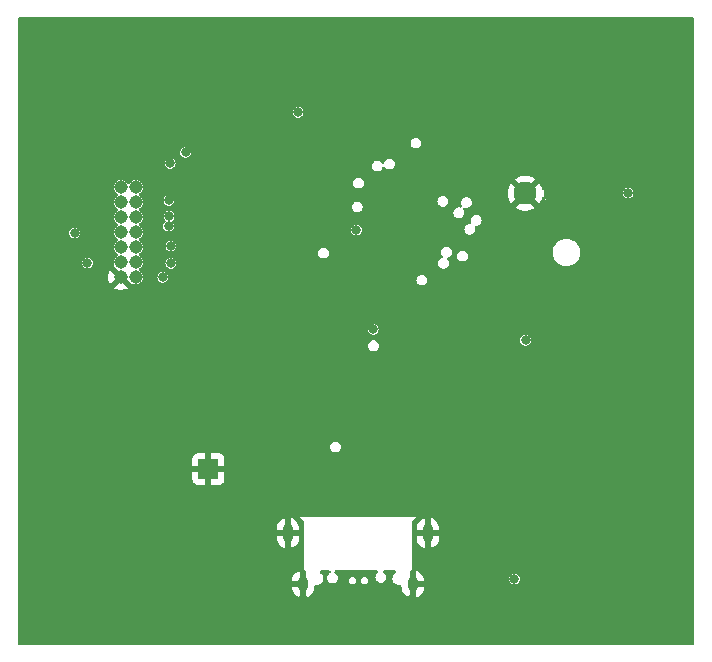
<source format=gbr>
%TF.GenerationSoftware,KiCad,Pcbnew,7.0.6*%
%TF.CreationDate,2023-08-07T11:18:25-05:00*%
%TF.ProjectId,mainv2,6d61696e-7632-42e6-9b69-6361645f7063,rev?*%
%TF.SameCoordinates,Original*%
%TF.FileFunction,Copper,L2,Inr*%
%TF.FilePolarity,Positive*%
%FSLAX46Y46*%
G04 Gerber Fmt 4.6, Leading zero omitted, Abs format (unit mm)*
G04 Created by KiCad (PCBNEW 7.0.6) date 2023-08-07 11:18:25*
%MOMM*%
%LPD*%
G01*
G04 APERTURE LIST*
%TA.AperFunction,NonConductor*%
%ADD10C,0.200000*%
%TD*%
%TA.AperFunction,ComponentPad*%
%ADD11C,1.950000*%
%TD*%
%TA.AperFunction,ComponentPad*%
%ADD12R,1.700000X1.700000*%
%TD*%
%TA.AperFunction,ComponentPad*%
%ADD13O,1.700000X1.700000*%
%TD*%
%TA.AperFunction,ComponentPad*%
%ADD14C,1.143000*%
%TD*%
%TA.AperFunction,ComponentPad*%
%ADD15O,0.900000X1.600000*%
%TD*%
%TA.AperFunction,ComponentPad*%
%ADD16O,0.900000X1.300000*%
%TD*%
%TA.AperFunction,ViaPad*%
%ADD17C,0.800000*%
%TD*%
%TA.AperFunction,Conductor*%
%ADD18C,0.300000*%
%TD*%
%TA.AperFunction,Conductor*%
%ADD19C,0.500000*%
%TD*%
G04 APERTURE END LIST*
D10*
X125660000Y-71590000D02*
X182780000Y-71590000D01*
X182780000Y-124670000D01*
X125660000Y-124670000D01*
X125660000Y-71590000D01*
D11*
%TO.N,+3.3V*%
%TO.C,S1*%
X173530000Y-86480000D03*
%TO.N,Net-(S1-C_1)*%
X171030000Y-86480000D03*
%TO.N,GND*%
X168530000Y-86480000D03*
%TO.N,+3.3V*%
X168530000Y-96480000D03*
%TO.N,Net-(S1-C_2)*%
X171030000Y-96480000D03*
%TO.N,unconnected-(S1-N.O._2-Pad6)*%
X173530000Y-96480000D03*
%TD*%
D12*
%TO.N,GND*%
%TO.C,J2*%
X141720000Y-109800000D03*
D13*
%TO.N,Net-(J2-Pin_2)*%
X141720000Y-107260000D03*
%TD*%
D14*
%TO.N,/VDD_SPI*%
%TO.C,J4*%
X135580000Y-93570000D03*
%TO.N,GND*%
X134310000Y-93570000D03*
%TO.N,/FSPIQ*%
X135580000Y-92300000D03*
%TO.N,/FSPID*%
X134310000Y-92300000D03*
%TO.N,/FSPICLK*%
X135580000Y-91030000D03*
%TO.N,/FSPICS0*%
X134310000Y-91030000D03*
%TO.N,/D{slash}C*%
X135580000Y-89760000D03*
%TO.N,/LCD_RST*%
X134310000Y-89760000D03*
%TO.N,/LCD_BL*%
X135580000Y-88490000D03*
%TO.N,/I2CEXT0_SCL_in*%
X134310000Y-88490000D03*
%TO.N,/I2CEXT0_SDA_in*%
X135580000Y-87220000D03*
%TO.N,/TP_INT*%
X134310000Y-87220000D03*
%TO.N,/TP_RST*%
X135580000Y-85950000D03*
%TO.N,unconnected-(J4-Pad14)*%
X134310000Y-85950000D03*
%TD*%
D15*
%TO.N,GND*%
%TO.C,J1*%
X160300000Y-115240000D03*
X148460000Y-115240000D03*
D16*
X159030000Y-119560000D03*
X149730000Y-119560000D03*
%TD*%
D17*
%TO.N,+3.3V*%
X155680000Y-98000000D03*
X154245000Y-89575000D03*
X168570000Y-98920000D03*
X177250000Y-86450000D03*
%TO.N,GND*%
X159950000Y-83100000D03*
X149770000Y-120840000D03*
X154080000Y-104970000D03*
X153500000Y-93440000D03*
X155467325Y-85306866D03*
X146290000Y-112810000D03*
X158950000Y-120790000D03*
X134310000Y-97200000D03*
X157620000Y-99210000D03*
X157450000Y-97290000D03*
X158060000Y-89360000D03*
X142020000Y-96820000D03*
X145270000Y-78960000D03*
X161330000Y-93600000D03*
X145500000Y-105510000D03*
X161710000Y-112720000D03*
%TO.N,/SPICS0*%
X149310000Y-79620000D03*
%TO.N,/TP_INT*%
X138480000Y-83940000D03*
%TO.N,/TP_RST*%
X138380000Y-87080000D03*
%TO.N,/FSPIQ*%
X138540000Y-92400000D03*
%TO.N,/FSPICLK*%
X138550000Y-90930000D03*
%TO.N,/FSPID*%
X131480000Y-92360000D03*
%TO.N,/D{slash}C*%
X138350000Y-89250000D03*
%TO.N,/LCD_RST*%
X130390000Y-89830000D03*
%TO.N,/LCD_BL*%
X138390000Y-88390000D03*
%TO.N,/FSPICS0*%
X139790000Y-83010000D03*
%TO.N,VBUS*%
X167630000Y-119120000D03*
%TO.N,/VDD_SPI*%
X137850000Y-93580000D03*
%TD*%
D18*
%TO.N,GND*%
X161330000Y-93600000D02*
X161140000Y-93600000D01*
X153500000Y-93440000D02*
X153600000Y-93440000D01*
D19*
X157620000Y-97460000D02*
X157450000Y-97290000D01*
X160300000Y-115240000D02*
X160300000Y-114130000D01*
X149730000Y-120800000D02*
X149770000Y-120840000D01*
X159030000Y-120710000D02*
X158950000Y-120790000D01*
%TD*%
%TA.AperFunction,Conductor*%
%TO.N,GND*%
G36*
X182622539Y-71710185D02*
G01*
X182668294Y-71762989D01*
X182679500Y-71814500D01*
X182679500Y-124445500D01*
X182659815Y-124512539D01*
X182607011Y-124558294D01*
X182555500Y-124569500D01*
X125884500Y-124569500D01*
X125817461Y-124549815D01*
X125771706Y-124497011D01*
X125760500Y-124445500D01*
X125760500Y-119310000D01*
X148780000Y-119310000D01*
X149405000Y-119310000D01*
X149405000Y-119810000D01*
X148780186Y-119810000D01*
X148794647Y-119952221D01*
X148852484Y-120136561D01*
X148852489Y-120136571D01*
X148946251Y-120305498D01*
X148946256Y-120305505D01*
X149072107Y-120452105D01*
X149224890Y-120570368D01*
X149224894Y-120570370D01*
X149398363Y-120655460D01*
X149480000Y-120676596D01*
X149480000Y-120074482D01*
X149564993Y-120145801D01*
X149672694Y-120185000D01*
X149787306Y-120185000D01*
X149895007Y-120145801D01*
X149980000Y-120074482D01*
X149980000Y-120680470D01*
X150150524Y-120617315D01*
X150150531Y-120617312D01*
X150314503Y-120515107D01*
X150454534Y-120381997D01*
X150454535Y-120381996D01*
X150564913Y-120223413D01*
X150641106Y-120045862D01*
X150680000Y-119856606D01*
X150680000Y-119785530D01*
X150699685Y-119718491D01*
X150752489Y-119672736D01*
X150820185Y-119662591D01*
X150842280Y-119665500D01*
X150842287Y-119665500D01*
X150917713Y-119665500D01*
X150917720Y-119665500D01*
X151030236Y-119650687D01*
X151170233Y-119592698D01*
X151290451Y-119500451D01*
X151382698Y-119380233D01*
X151440687Y-119240236D01*
X151460466Y-119090000D01*
X151440687Y-118939764D01*
X151382698Y-118799767D01*
X151290451Y-118679549D01*
X151203558Y-118612873D01*
X151162358Y-118556448D01*
X151158203Y-118486702D01*
X151192415Y-118425781D01*
X151254133Y-118393029D01*
X151279047Y-118390500D01*
X151943945Y-118390500D01*
X152010984Y-118410185D01*
X152056739Y-118462989D01*
X152066683Y-118532147D01*
X152037658Y-118595703D01*
X152010987Y-118618812D01*
X151968632Y-118646033D01*
X151921950Y-118676033D01*
X151837118Y-118773937D01*
X151837117Y-118773938D01*
X151783302Y-118891774D01*
X151764867Y-119020000D01*
X151783302Y-119148225D01*
X151828972Y-119248226D01*
X151837118Y-119266063D01*
X151921951Y-119363967D01*
X152030931Y-119434004D01*
X152155225Y-119470499D01*
X152155227Y-119470500D01*
X152155228Y-119470500D01*
X152284773Y-119470500D01*
X152284773Y-119470499D01*
X152409069Y-119434004D01*
X152518049Y-119363967D01*
X152602882Y-119266063D01*
X152605651Y-119260000D01*
X153624864Y-119260000D01*
X153643266Y-119364362D01*
X153643268Y-119364368D01*
X153696249Y-119456134D01*
X153696250Y-119456135D01*
X153696252Y-119456138D01*
X153713367Y-119470499D01*
X153777431Y-119524256D01*
X153777433Y-119524257D01*
X153818449Y-119539184D01*
X153877014Y-119560500D01*
X153877017Y-119560500D01*
X153982983Y-119560500D01*
X153982986Y-119560500D01*
X154065020Y-119530642D01*
X154082566Y-119524257D01*
X154082568Y-119524256D01*
X154082567Y-119524256D01*
X154163748Y-119456138D01*
X154216734Y-119364363D01*
X154235136Y-119260000D01*
X154624864Y-119260000D01*
X154643266Y-119364362D01*
X154643268Y-119364368D01*
X154696249Y-119456134D01*
X154696250Y-119456135D01*
X154696252Y-119456138D01*
X154713367Y-119470499D01*
X154777431Y-119524256D01*
X154777433Y-119524257D01*
X154818449Y-119539184D01*
X154877014Y-119560500D01*
X154877017Y-119560500D01*
X154982983Y-119560500D01*
X154982986Y-119560500D01*
X155065020Y-119530642D01*
X155082566Y-119524257D01*
X155082568Y-119524256D01*
X155082568Y-119524255D01*
X155163748Y-119456138D01*
X155216734Y-119364363D01*
X155235136Y-119260000D01*
X155216734Y-119155637D01*
X155212455Y-119148226D01*
X155163750Y-119063865D01*
X155163749Y-119063864D01*
X155163748Y-119063862D01*
X155136069Y-119040636D01*
X155082568Y-118995743D01*
X155082566Y-118995742D01*
X155000533Y-118965886D01*
X154982986Y-118959500D01*
X154877014Y-118959500D01*
X154877011Y-118959500D01*
X154877011Y-118959501D01*
X154777433Y-118995742D01*
X154777431Y-118995743D01*
X154696254Y-119063860D01*
X154696249Y-119063865D01*
X154643268Y-119155631D01*
X154643266Y-119155637D01*
X154624864Y-119259999D01*
X154624864Y-119260000D01*
X154235136Y-119260000D01*
X154216734Y-119155637D01*
X154212455Y-119148226D01*
X154163750Y-119063865D01*
X154163749Y-119063864D01*
X154163748Y-119063862D01*
X154136069Y-119040636D01*
X154082568Y-118995743D01*
X154082566Y-118995742D01*
X154000533Y-118965886D01*
X153982986Y-118959500D01*
X153877014Y-118959500D01*
X153877011Y-118959500D01*
X153877011Y-118959501D01*
X153777433Y-118995742D01*
X153777431Y-118995743D01*
X153696254Y-119063860D01*
X153696249Y-119063865D01*
X153643268Y-119155631D01*
X153643266Y-119155637D01*
X153624864Y-119259999D01*
X153624864Y-119260000D01*
X152605651Y-119260000D01*
X152656697Y-119148226D01*
X152675133Y-119020000D01*
X152656697Y-118891774D01*
X152602882Y-118773937D01*
X152518049Y-118676033D01*
X152429014Y-118618814D01*
X152383261Y-118566012D01*
X152373317Y-118496854D01*
X152402341Y-118433298D01*
X152461119Y-118395523D01*
X152496055Y-118390500D01*
X155987263Y-118390500D01*
X156054302Y-118410185D01*
X156100057Y-118462989D01*
X156110001Y-118532147D01*
X156080976Y-118595703D01*
X156054302Y-118618816D01*
X156011950Y-118646033D01*
X155927118Y-118743937D01*
X155927117Y-118743938D01*
X155873302Y-118861774D01*
X155854867Y-118990000D01*
X155873302Y-119118225D01*
X155890385Y-119155631D01*
X155927118Y-119236063D01*
X156011951Y-119333967D01*
X156120931Y-119404004D01*
X156223108Y-119434005D01*
X156245225Y-119440499D01*
X156245227Y-119440500D01*
X156245228Y-119440500D01*
X156374773Y-119440500D01*
X156374773Y-119440499D01*
X156499069Y-119404004D01*
X156608049Y-119333967D01*
X156692882Y-119236063D01*
X156746697Y-119118226D01*
X156765133Y-118990000D01*
X156746697Y-118861774D01*
X156692882Y-118743937D01*
X156608049Y-118646033D01*
X156565697Y-118618815D01*
X156519943Y-118566012D01*
X156509999Y-118496853D01*
X156539024Y-118433298D01*
X156597802Y-118395523D01*
X156632737Y-118390500D01*
X157480953Y-118390500D01*
X157547992Y-118410185D01*
X157593747Y-118462989D01*
X157603691Y-118532147D01*
X157574666Y-118595703D01*
X157556446Y-118612869D01*
X157469549Y-118679549D01*
X157397122Y-118773938D01*
X157377300Y-118799770D01*
X157319313Y-118939763D01*
X157319312Y-118939765D01*
X157299534Y-119089999D01*
X157299534Y-119090000D01*
X157319312Y-119240234D01*
X157319313Y-119240236D01*
X157371432Y-119366063D01*
X157377302Y-119380233D01*
X157469549Y-119500451D01*
X157589767Y-119592698D01*
X157729764Y-119650687D01*
X157842280Y-119665500D01*
X157842287Y-119665500D01*
X157917713Y-119665500D01*
X157917720Y-119665500D01*
X157939814Y-119662591D01*
X158008848Y-119673356D01*
X158061105Y-119719735D01*
X158080000Y-119785530D01*
X158080000Y-119808176D01*
X158094647Y-119952221D01*
X158152484Y-120136561D01*
X158152489Y-120136571D01*
X158246251Y-120305498D01*
X158246256Y-120305505D01*
X158372107Y-120452105D01*
X158524890Y-120570368D01*
X158524894Y-120570370D01*
X158698363Y-120655460D01*
X158780000Y-120676596D01*
X158780000Y-120074482D01*
X158864993Y-120145801D01*
X158972694Y-120185000D01*
X159087306Y-120185000D01*
X159195007Y-120145801D01*
X159280000Y-120074482D01*
X159280000Y-120680470D01*
X159450524Y-120617315D01*
X159450531Y-120617312D01*
X159614503Y-120515107D01*
X159754534Y-120381997D01*
X159754535Y-120381996D01*
X159864913Y-120223413D01*
X159941106Y-120045862D01*
X159980000Y-119856606D01*
X159980000Y-119810000D01*
X159355000Y-119810000D01*
X159355000Y-119310000D01*
X159979813Y-119310000D01*
X159979813Y-119309999D01*
X159965352Y-119167778D01*
X159950362Y-119120000D01*
X167174867Y-119120000D01*
X167193302Y-119248225D01*
X167232460Y-119333967D01*
X167247118Y-119366063D01*
X167331951Y-119463967D01*
X167440931Y-119534004D01*
X167565225Y-119570499D01*
X167565227Y-119570500D01*
X167565228Y-119570500D01*
X167694773Y-119570500D01*
X167694773Y-119570499D01*
X167819069Y-119534004D01*
X167928049Y-119463967D01*
X168012882Y-119366063D01*
X168066697Y-119248226D01*
X168085133Y-119120000D01*
X168066697Y-118991774D01*
X168012882Y-118873937D01*
X167928049Y-118776033D01*
X167819069Y-118705996D01*
X167819065Y-118705994D01*
X167819064Y-118705994D01*
X167694774Y-118669500D01*
X167694772Y-118669500D01*
X167565228Y-118669500D01*
X167565226Y-118669500D01*
X167440935Y-118705994D01*
X167440932Y-118705995D01*
X167440931Y-118705996D01*
X167391129Y-118738002D01*
X167331950Y-118776033D01*
X167247118Y-118873937D01*
X167247117Y-118873938D01*
X167193302Y-118991774D01*
X167174867Y-119120000D01*
X159950362Y-119120000D01*
X159907515Y-118983438D01*
X159907510Y-118983428D01*
X159813748Y-118814501D01*
X159813743Y-118814494D01*
X159687892Y-118667894D01*
X159535109Y-118549631D01*
X159535105Y-118549629D01*
X159361642Y-118464542D01*
X159361643Y-118464542D01*
X159280000Y-118443403D01*
X159280000Y-119045517D01*
X159195007Y-118974199D01*
X159087306Y-118935000D01*
X158972694Y-118935000D01*
X158864993Y-118974199D01*
X158780000Y-119045517D01*
X158780000Y-118494037D01*
X158799685Y-118426998D01*
X158852489Y-118381243D01*
X158856494Y-118379498D01*
X158885251Y-118367587D01*
X158927587Y-118325251D01*
X158950500Y-118269936D01*
X158950500Y-118254457D01*
X158954725Y-118222364D01*
X158962727Y-118192497D01*
X158952955Y-118173949D01*
X158950500Y-118149397D01*
X158950500Y-115638176D01*
X159350000Y-115638176D01*
X159364647Y-115782221D01*
X159422484Y-115966561D01*
X159422489Y-115966571D01*
X159516251Y-116135498D01*
X159516256Y-116135505D01*
X159642107Y-116282105D01*
X159794890Y-116400368D01*
X159794894Y-116400370D01*
X159968363Y-116485460D01*
X160050000Y-116506596D01*
X160050000Y-115904482D01*
X160134993Y-115975801D01*
X160242694Y-116015000D01*
X160357306Y-116015000D01*
X160465007Y-115975801D01*
X160550000Y-115904482D01*
X160550000Y-116510470D01*
X160720524Y-116447315D01*
X160720531Y-116447312D01*
X160884503Y-116345107D01*
X161024534Y-116211997D01*
X161024535Y-116211996D01*
X161134913Y-116053413D01*
X161211106Y-115875862D01*
X161250000Y-115686606D01*
X161250000Y-115490000D01*
X160625000Y-115490000D01*
X160625000Y-114990000D01*
X161250000Y-114990000D01*
X161250000Y-114841823D01*
X161235352Y-114697778D01*
X161177515Y-114513438D01*
X161177510Y-114513428D01*
X161083748Y-114344501D01*
X161083743Y-114344494D01*
X160957892Y-114197894D01*
X160805109Y-114079631D01*
X160805105Y-114079629D01*
X160631642Y-113994542D01*
X160631643Y-113994542D01*
X160550000Y-113973403D01*
X160550000Y-114575517D01*
X160465007Y-114504199D01*
X160357306Y-114465000D01*
X160242694Y-114465000D01*
X160134993Y-114504199D01*
X160050000Y-114575517D01*
X160050000Y-113969528D01*
X159879472Y-114032685D01*
X159879468Y-114032687D01*
X159715496Y-114134892D01*
X159575465Y-114268002D01*
X159575464Y-114268003D01*
X159465086Y-114426586D01*
X159388893Y-114604137D01*
X159350000Y-114793393D01*
X159350000Y-114990000D01*
X159975000Y-114990000D01*
X159975000Y-115490000D01*
X159350000Y-115490000D01*
X159350000Y-115638176D01*
X158950500Y-115638176D01*
X158950500Y-114281568D01*
X158970185Y-114214529D01*
X158986815Y-114193891D01*
X159282520Y-113898185D01*
X159282733Y-113898044D01*
X159300381Y-113880383D01*
X159300383Y-113880383D01*
X159300447Y-113880225D01*
X159300542Y-113880000D01*
X159300383Y-113879617D01*
X159299999Y-113879457D01*
X159275319Y-113879464D01*
X159275144Y-113879500D01*
X149484856Y-113879500D01*
X149484680Y-113879464D01*
X149460000Y-113879457D01*
X149459617Y-113879617D01*
X149459458Y-113880000D01*
X149459576Y-113880283D01*
X149459617Y-113880383D01*
X149459618Y-113880383D01*
X149477272Y-113898009D01*
X149477265Y-113898015D01*
X149477391Y-113898099D01*
X149773181Y-114193888D01*
X149806666Y-114255211D01*
X149809500Y-114281569D01*
X149809500Y-118149398D01*
X149797067Y-118191736D01*
X149805275Y-118222366D01*
X149809500Y-118254457D01*
X149809500Y-118269936D01*
X149832413Y-118325251D01*
X149832414Y-118325253D01*
X149874746Y-118367585D01*
X149874747Y-118367585D01*
X149874749Y-118367587D01*
X149903453Y-118379477D01*
X149957855Y-118423316D01*
X149979921Y-118489610D01*
X149980000Y-118494037D01*
X149980000Y-119045517D01*
X149895007Y-118974199D01*
X149787306Y-118935000D01*
X149672694Y-118935000D01*
X149564993Y-118974199D01*
X149480000Y-119045517D01*
X149480000Y-118439528D01*
X149309472Y-118502685D01*
X149309468Y-118502687D01*
X149145496Y-118604892D01*
X149005465Y-118738002D01*
X149005464Y-118738003D01*
X148895086Y-118896586D01*
X148818893Y-119074137D01*
X148780000Y-119263393D01*
X148780000Y-119310000D01*
X125760500Y-119310000D01*
X125760500Y-115638176D01*
X147510000Y-115638176D01*
X147524647Y-115782221D01*
X147582484Y-115966561D01*
X147582489Y-115966571D01*
X147676251Y-116135498D01*
X147676256Y-116135505D01*
X147802107Y-116282105D01*
X147954890Y-116400368D01*
X147954894Y-116400370D01*
X148128363Y-116485460D01*
X148210000Y-116506596D01*
X148210000Y-115904482D01*
X148294993Y-115975801D01*
X148402694Y-116015000D01*
X148517306Y-116015000D01*
X148625007Y-115975801D01*
X148710000Y-115904482D01*
X148710000Y-116510470D01*
X148880524Y-116447315D01*
X148880531Y-116447312D01*
X149044503Y-116345107D01*
X149184534Y-116211997D01*
X149184535Y-116211996D01*
X149294913Y-116053413D01*
X149371106Y-115875862D01*
X149410000Y-115686606D01*
X149410000Y-115490000D01*
X148785000Y-115490000D01*
X148785000Y-114990000D01*
X149410000Y-114990000D01*
X149410000Y-114841823D01*
X149395352Y-114697778D01*
X149337515Y-114513438D01*
X149337510Y-114513428D01*
X149243748Y-114344501D01*
X149243743Y-114344494D01*
X149117892Y-114197894D01*
X148965109Y-114079631D01*
X148965105Y-114079629D01*
X148791642Y-113994542D01*
X148791643Y-113994542D01*
X148710000Y-113973403D01*
X148710000Y-114575517D01*
X148625007Y-114504199D01*
X148517306Y-114465000D01*
X148402694Y-114465000D01*
X148294993Y-114504199D01*
X148210000Y-114575517D01*
X148210000Y-113969528D01*
X148039472Y-114032685D01*
X148039468Y-114032687D01*
X147875496Y-114134892D01*
X147735465Y-114268002D01*
X147735464Y-114268003D01*
X147625086Y-114426586D01*
X147548893Y-114604137D01*
X147510000Y-114793393D01*
X147510000Y-114990000D01*
X148135000Y-114990000D01*
X148135000Y-115490000D01*
X147510000Y-115490000D01*
X147510000Y-115638176D01*
X125760500Y-115638176D01*
X125760500Y-110697844D01*
X140370000Y-110697844D01*
X140376401Y-110757372D01*
X140376403Y-110757379D01*
X140426645Y-110892086D01*
X140426649Y-110892093D01*
X140512809Y-111007187D01*
X140512812Y-111007190D01*
X140627906Y-111093350D01*
X140627913Y-111093354D01*
X140762620Y-111143596D01*
X140762627Y-111143598D01*
X140822155Y-111149999D01*
X140822172Y-111150000D01*
X141470000Y-111150000D01*
X141470000Y-110235501D01*
X141577685Y-110284680D01*
X141684237Y-110300000D01*
X141755763Y-110300000D01*
X141862315Y-110284680D01*
X141970000Y-110235501D01*
X141970000Y-111150000D01*
X142617828Y-111150000D01*
X142617844Y-111149999D01*
X142677372Y-111143598D01*
X142677379Y-111143596D01*
X142812086Y-111093354D01*
X142812093Y-111093350D01*
X142927187Y-111007190D01*
X142927190Y-111007187D01*
X143013350Y-110892093D01*
X143013354Y-110892086D01*
X143063596Y-110757379D01*
X143063598Y-110757372D01*
X143069999Y-110697844D01*
X143070000Y-110697827D01*
X143070000Y-110050000D01*
X142153686Y-110050000D01*
X142179493Y-110009844D01*
X142220000Y-109871889D01*
X142220000Y-109728111D01*
X142179493Y-109590156D01*
X142153686Y-109550000D01*
X143070000Y-109550000D01*
X143070000Y-108902172D01*
X143069999Y-108902155D01*
X143063598Y-108842627D01*
X143063596Y-108842620D01*
X143013354Y-108707913D01*
X143013350Y-108707906D01*
X142927190Y-108592812D01*
X142927187Y-108592809D01*
X142812093Y-108506649D01*
X142812086Y-108506645D01*
X142677379Y-108456403D01*
X142677372Y-108456401D01*
X142617844Y-108450000D01*
X141970000Y-108450000D01*
X141970000Y-109364498D01*
X141862315Y-109315320D01*
X141755763Y-109300000D01*
X141684237Y-109300000D01*
X141577685Y-109315320D01*
X141470000Y-109364498D01*
X141470000Y-108450000D01*
X140822155Y-108450000D01*
X140762627Y-108456401D01*
X140762620Y-108456403D01*
X140627913Y-108506645D01*
X140627906Y-108506649D01*
X140512812Y-108592809D01*
X140512809Y-108592812D01*
X140426649Y-108707906D01*
X140426645Y-108707913D01*
X140376403Y-108842620D01*
X140376401Y-108842627D01*
X140370000Y-108902155D01*
X140370000Y-109550000D01*
X141286314Y-109550000D01*
X141260507Y-109590156D01*
X141220000Y-109728111D01*
X141220000Y-109871889D01*
X141260507Y-110009844D01*
X141286314Y-110050000D01*
X140370000Y-110050000D01*
X140370000Y-110697844D01*
X125760500Y-110697844D01*
X125760500Y-107303933D01*
X140965668Y-107303933D01*
X140981058Y-107391210D01*
X140996135Y-107476711D01*
X141065623Y-107637804D01*
X141065624Y-107637806D01*
X141065626Y-107637809D01*
X141107413Y-107693938D01*
X141170390Y-107778530D01*
X141304786Y-107891302D01*
X141382488Y-107930325D01*
X141461562Y-107970038D01*
X141461563Y-107970038D01*
X141461567Y-107970040D01*
X141632279Y-108010500D01*
X141632282Y-108010500D01*
X141763701Y-108010500D01*
X141763709Y-108010500D01*
X141894255Y-107995241D01*
X142046031Y-107940000D01*
X152014867Y-107940000D01*
X152033302Y-108068225D01*
X152087117Y-108186061D01*
X152087118Y-108186063D01*
X152171951Y-108283967D01*
X152280931Y-108354004D01*
X152405225Y-108390499D01*
X152405227Y-108390500D01*
X152405228Y-108390500D01*
X152534773Y-108390500D01*
X152534773Y-108390499D01*
X152659069Y-108354004D01*
X152768049Y-108283967D01*
X152852882Y-108186063D01*
X152906697Y-108068226D01*
X152925133Y-107940000D01*
X152906697Y-107811774D01*
X152852882Y-107693937D01*
X152768049Y-107596033D01*
X152659069Y-107525996D01*
X152659065Y-107525994D01*
X152659064Y-107525994D01*
X152534774Y-107489500D01*
X152534772Y-107489500D01*
X152405228Y-107489500D01*
X152405226Y-107489500D01*
X152280935Y-107525994D01*
X152280932Y-107525995D01*
X152280931Y-107525996D01*
X152229677Y-107558934D01*
X152171950Y-107596033D01*
X152087118Y-107693937D01*
X152087117Y-107693938D01*
X152033302Y-107811774D01*
X152014867Y-107940000D01*
X142046031Y-107940000D01*
X142059117Y-107935237D01*
X142205696Y-107838830D01*
X142326092Y-107711218D01*
X142413812Y-107559281D01*
X142464130Y-107391210D01*
X142474331Y-107216065D01*
X142443865Y-107043289D01*
X142374377Y-106882196D01*
X142269610Y-106741470D01*
X142197747Y-106681170D01*
X142135214Y-106628698D01*
X142135212Y-106628697D01*
X141978437Y-106549961D01*
X141978433Y-106549960D01*
X141807721Y-106509500D01*
X141676291Y-106509500D01*
X141571854Y-106521707D01*
X141545743Y-106524759D01*
X141545740Y-106524760D01*
X141380884Y-106584762D01*
X141380880Y-106584764D01*
X141234306Y-106681167D01*
X141234305Y-106681168D01*
X141113910Y-106808778D01*
X141026188Y-106960718D01*
X140975870Y-107128789D01*
X140975869Y-107128794D01*
X140965668Y-107303933D01*
X125760500Y-107303933D01*
X125760500Y-99380000D01*
X155244867Y-99380000D01*
X155263302Y-99508225D01*
X155317117Y-99626061D01*
X155317118Y-99626063D01*
X155401951Y-99723967D01*
X155510931Y-99794004D01*
X155635225Y-99830499D01*
X155635227Y-99830500D01*
X155635228Y-99830500D01*
X155764773Y-99830500D01*
X155764773Y-99830499D01*
X155889069Y-99794004D01*
X155998049Y-99723967D01*
X156082882Y-99626063D01*
X156136697Y-99508226D01*
X156155133Y-99380000D01*
X156136697Y-99251774D01*
X156082882Y-99133937D01*
X155998049Y-99036033D01*
X155889069Y-98965996D01*
X155889065Y-98965994D01*
X155889064Y-98965994D01*
X155764774Y-98929500D01*
X155764772Y-98929500D01*
X155635228Y-98929500D01*
X155635226Y-98929500D01*
X155510935Y-98965994D01*
X155510932Y-98965995D01*
X155510931Y-98965996D01*
X155459677Y-98998934D01*
X155401950Y-99036033D01*
X155317118Y-99133937D01*
X155317117Y-99133938D01*
X155263302Y-99251774D01*
X155244867Y-99380000D01*
X125760500Y-99380000D01*
X125760500Y-98920000D01*
X168114867Y-98920000D01*
X168133302Y-99048225D01*
X168172446Y-99133937D01*
X168187118Y-99166063D01*
X168271951Y-99263967D01*
X168380931Y-99334004D01*
X168505225Y-99370499D01*
X168505227Y-99370500D01*
X168505228Y-99370500D01*
X168634773Y-99370500D01*
X168634773Y-99370499D01*
X168759069Y-99334004D01*
X168868049Y-99263967D01*
X168952882Y-99166063D01*
X169006697Y-99048226D01*
X169025133Y-98920000D01*
X169006697Y-98791774D01*
X168952882Y-98673937D01*
X168868049Y-98576033D01*
X168759069Y-98505996D01*
X168759065Y-98505994D01*
X168759064Y-98505994D01*
X168634774Y-98469500D01*
X168634772Y-98469500D01*
X168505228Y-98469500D01*
X168505226Y-98469500D01*
X168380935Y-98505994D01*
X168380932Y-98505995D01*
X168380931Y-98505996D01*
X168329677Y-98538934D01*
X168271950Y-98576033D01*
X168187118Y-98673937D01*
X168187117Y-98673938D01*
X168133302Y-98791774D01*
X168114867Y-98920000D01*
X125760500Y-98920000D01*
X125760500Y-98000000D01*
X155224867Y-98000000D01*
X155243302Y-98128225D01*
X155297117Y-98246061D01*
X155297118Y-98246063D01*
X155381951Y-98343967D01*
X155490931Y-98414004D01*
X155615225Y-98450499D01*
X155615227Y-98450500D01*
X155615228Y-98450500D01*
X155744773Y-98450500D01*
X155744773Y-98450499D01*
X155869069Y-98414004D01*
X155978049Y-98343967D01*
X156062882Y-98246063D01*
X156116697Y-98128226D01*
X156135133Y-98000000D01*
X156116697Y-97871774D01*
X156062882Y-97753937D01*
X155978049Y-97656033D01*
X155869069Y-97585996D01*
X155869065Y-97585994D01*
X155869064Y-97585994D01*
X155744774Y-97549500D01*
X155744772Y-97549500D01*
X155615228Y-97549500D01*
X155615226Y-97549500D01*
X155490935Y-97585994D01*
X155490932Y-97585995D01*
X155490931Y-97585996D01*
X155439677Y-97618934D01*
X155381950Y-97656033D01*
X155297118Y-97753937D01*
X155297117Y-97753938D01*
X155243302Y-97871774D01*
X155224867Y-98000000D01*
X125760500Y-98000000D01*
X125760500Y-96574645D01*
X167629500Y-96574645D01*
X167668855Y-96759802D01*
X167668857Y-96759807D01*
X167745848Y-96932729D01*
X167745851Y-96932734D01*
X167857111Y-97085870D01*
X167857112Y-97085871D01*
X167997784Y-97212533D01*
X168161716Y-97307179D01*
X168341744Y-97365674D01*
X168482808Y-97380500D01*
X168482812Y-97380500D01*
X168577188Y-97380500D01*
X168577192Y-97380500D01*
X168718256Y-97365674D01*
X168898284Y-97307179D01*
X169062216Y-97212533D01*
X169202888Y-97085871D01*
X169314151Y-96932730D01*
X169391144Y-96759803D01*
X169430500Y-96574646D01*
X169430500Y-96574645D01*
X170129500Y-96574645D01*
X170168855Y-96759802D01*
X170168857Y-96759807D01*
X170245848Y-96932729D01*
X170245851Y-96932734D01*
X170357111Y-97085870D01*
X170357112Y-97085871D01*
X170497784Y-97212533D01*
X170661716Y-97307179D01*
X170841744Y-97365674D01*
X170982808Y-97380500D01*
X170982812Y-97380500D01*
X171077188Y-97380500D01*
X171077192Y-97380500D01*
X171218256Y-97365674D01*
X171398284Y-97307179D01*
X171562216Y-97212533D01*
X171702888Y-97085871D01*
X171814151Y-96932730D01*
X171891144Y-96759803D01*
X171930500Y-96574646D01*
X171930500Y-96574645D01*
X172629500Y-96574645D01*
X172668855Y-96759802D01*
X172668857Y-96759807D01*
X172745848Y-96932729D01*
X172745851Y-96932734D01*
X172857111Y-97085870D01*
X172857112Y-97085871D01*
X172997784Y-97212533D01*
X173161716Y-97307179D01*
X173341744Y-97365674D01*
X173482808Y-97380500D01*
X173482812Y-97380500D01*
X173577188Y-97380500D01*
X173577192Y-97380500D01*
X173718256Y-97365674D01*
X173898284Y-97307179D01*
X174062216Y-97212533D01*
X174202888Y-97085871D01*
X174314151Y-96932730D01*
X174391144Y-96759803D01*
X174430500Y-96574646D01*
X174430500Y-96385354D01*
X174391144Y-96200197D01*
X174314151Y-96027270D01*
X174314148Y-96027265D01*
X174202888Y-95874129D01*
X174202887Y-95874129D01*
X174062216Y-95747467D01*
X173898284Y-95652821D01*
X173898277Y-95652818D01*
X173718259Y-95594327D01*
X173718256Y-95594326D01*
X173577192Y-95579500D01*
X173482808Y-95579500D01*
X173341744Y-95594326D01*
X173341741Y-95594326D01*
X173341740Y-95594327D01*
X173161722Y-95652818D01*
X173161715Y-95652821D01*
X172997785Y-95747466D01*
X172857111Y-95874129D01*
X172745851Y-96027265D01*
X172745848Y-96027270D01*
X172668857Y-96200192D01*
X172668855Y-96200197D01*
X172629500Y-96385354D01*
X172629500Y-96574645D01*
X171930500Y-96574645D01*
X171930500Y-96385354D01*
X171891144Y-96200197D01*
X171814151Y-96027270D01*
X171814148Y-96027265D01*
X171702888Y-95874129D01*
X171702888Y-95874128D01*
X171562216Y-95747467D01*
X171398284Y-95652821D01*
X171398277Y-95652818D01*
X171218259Y-95594327D01*
X171218256Y-95594326D01*
X171077192Y-95579500D01*
X170982808Y-95579500D01*
X170841744Y-95594326D01*
X170841741Y-95594326D01*
X170841740Y-95594327D01*
X170661722Y-95652818D01*
X170661715Y-95652821D01*
X170497785Y-95747466D01*
X170357111Y-95874129D01*
X170245851Y-96027265D01*
X170245848Y-96027270D01*
X170168857Y-96200192D01*
X170168855Y-96200197D01*
X170129500Y-96385354D01*
X170129500Y-96574645D01*
X169430500Y-96574645D01*
X169430500Y-96385354D01*
X169391144Y-96200197D01*
X169314151Y-96027270D01*
X169314148Y-96027265D01*
X169202888Y-95874129D01*
X169062216Y-95747467D01*
X168898284Y-95652821D01*
X168898277Y-95652818D01*
X168718259Y-95594327D01*
X168718256Y-95594326D01*
X168577192Y-95579500D01*
X168482808Y-95579500D01*
X168341744Y-95594326D01*
X168341741Y-95594326D01*
X168341740Y-95594327D01*
X168161722Y-95652818D01*
X168161715Y-95652821D01*
X167997785Y-95747466D01*
X167857111Y-95874129D01*
X167745851Y-96027265D01*
X167745848Y-96027270D01*
X167668857Y-96200192D01*
X167668855Y-96200197D01*
X167629500Y-96385354D01*
X167629500Y-96574645D01*
X125760500Y-96574645D01*
X125760500Y-93570000D01*
X133233910Y-93570000D01*
X133252231Y-93767730D01*
X133306575Y-93958726D01*
X133306580Y-93958739D01*
X133393383Y-94133061D01*
X133393384Y-94133061D01*
X133953542Y-93572902D01*
X133951320Y-93599721D01*
X133980405Y-93714574D01*
X134045206Y-93813760D01*
X134138702Y-93886531D01*
X134250761Y-93925000D01*
X134308553Y-93925000D01*
X133750014Y-94483537D01*
X133750015Y-94483538D01*
X133830341Y-94533274D01*
X133830350Y-94533278D01*
X134015511Y-94605009D01*
X134015516Y-94605010D01*
X134210713Y-94641500D01*
X134409287Y-94641500D01*
X134604483Y-94605010D01*
X134604488Y-94605009D01*
X134789651Y-94533277D01*
X134789655Y-94533275D01*
X134869984Y-94483537D01*
X134311448Y-93925000D01*
X134339418Y-93925000D01*
X134426862Y-93910408D01*
X134531061Y-93854019D01*
X134611304Y-93766852D01*
X134658896Y-93658352D01*
X134666013Y-93572460D01*
X135226614Y-94133061D01*
X135285416Y-94123470D01*
X135352831Y-94131291D01*
X135421933Y-94159915D01*
X135540312Y-94175500D01*
X135540319Y-94175500D01*
X135619681Y-94175500D01*
X135619688Y-94175500D01*
X135738067Y-94159915D01*
X135885362Y-94098903D01*
X136011848Y-94001848D01*
X136108903Y-93875363D01*
X136169915Y-93728067D01*
X136189408Y-93580000D01*
X137394867Y-93580000D01*
X137413302Y-93708225D01*
X137422364Y-93728067D01*
X137467118Y-93826063D01*
X137551951Y-93923967D01*
X137660931Y-93994004D01*
X137785225Y-94030499D01*
X137785227Y-94030500D01*
X137785228Y-94030500D01*
X137914773Y-94030500D01*
X137914773Y-94030499D01*
X138039069Y-93994004D01*
X138148049Y-93923967D01*
X138232882Y-93826063D01*
X138235651Y-93820000D01*
X159334867Y-93820000D01*
X159353302Y-93948225D01*
X159377792Y-94001849D01*
X159407118Y-94066063D01*
X159491951Y-94163967D01*
X159600931Y-94234004D01*
X159725225Y-94270499D01*
X159725227Y-94270500D01*
X159725228Y-94270500D01*
X159854773Y-94270500D01*
X159854773Y-94270499D01*
X159979069Y-94234004D01*
X160088049Y-94163967D01*
X160172882Y-94066063D01*
X160226697Y-93948226D01*
X160245133Y-93820000D01*
X160226697Y-93691774D01*
X160172882Y-93573937D01*
X160088049Y-93476033D01*
X159979069Y-93405996D01*
X159979065Y-93405994D01*
X159979064Y-93405994D01*
X159854774Y-93369500D01*
X159854772Y-93369500D01*
X159725228Y-93369500D01*
X159725226Y-93369500D01*
X159600935Y-93405994D01*
X159600932Y-93405995D01*
X159600931Y-93405996D01*
X159549677Y-93438934D01*
X159491950Y-93476033D01*
X159407118Y-93573937D01*
X159407117Y-93573938D01*
X159353302Y-93691774D01*
X159334867Y-93820000D01*
X138235651Y-93820000D01*
X138286697Y-93708226D01*
X138305133Y-93580000D01*
X138286697Y-93451774D01*
X138232882Y-93333937D01*
X138148049Y-93236033D01*
X138039069Y-93165996D01*
X138039065Y-93165994D01*
X138039064Y-93165994D01*
X137914774Y-93129500D01*
X137914772Y-93129500D01*
X137785228Y-93129500D01*
X137785226Y-93129500D01*
X137660935Y-93165994D01*
X137660932Y-93165995D01*
X137660931Y-93165996D01*
X137609677Y-93198934D01*
X137551950Y-93236033D01*
X137467118Y-93333937D01*
X137467117Y-93333938D01*
X137413302Y-93451774D01*
X137394867Y-93580000D01*
X136189408Y-93580000D01*
X136190725Y-93570000D01*
X136169915Y-93411933D01*
X136108903Y-93264638D01*
X136011848Y-93138152D01*
X135885362Y-93041097D01*
X135878914Y-93036149D01*
X135880133Y-93034559D01*
X135839382Y-92991820D01*
X135826158Y-92923213D01*
X135852126Y-92858348D01*
X135879506Y-92834623D01*
X135878914Y-92833851D01*
X135956907Y-92774005D01*
X136011848Y-92731848D01*
X136108903Y-92605363D01*
X136169915Y-92458067D01*
X136177560Y-92400000D01*
X138084867Y-92400000D01*
X138103302Y-92528225D01*
X138157117Y-92646061D01*
X138157118Y-92646063D01*
X138241951Y-92743967D01*
X138350931Y-92814004D01*
X138421155Y-92834623D01*
X138475225Y-92850499D01*
X138475227Y-92850500D01*
X138475228Y-92850500D01*
X138604773Y-92850500D01*
X138604773Y-92850499D01*
X138729069Y-92814004D01*
X138838049Y-92743967D01*
X138922882Y-92646063D01*
X138976697Y-92528226D01*
X138995133Y-92400000D01*
X161164867Y-92400000D01*
X161183302Y-92528225D01*
X161237117Y-92646061D01*
X161237118Y-92646063D01*
X161321951Y-92743967D01*
X161430931Y-92814004D01*
X161501155Y-92834623D01*
X161555225Y-92850499D01*
X161555227Y-92850500D01*
X161555228Y-92850500D01*
X161684773Y-92850500D01*
X161684773Y-92850499D01*
X161809069Y-92814004D01*
X161918049Y-92743967D01*
X162002882Y-92646063D01*
X162056697Y-92528226D01*
X162075133Y-92400000D01*
X162056697Y-92271774D01*
X162002882Y-92153937D01*
X161947265Y-92089751D01*
X161918242Y-92026196D01*
X161928186Y-91957038D01*
X161973941Y-91904234D01*
X162006042Y-91889573D01*
X162059069Y-91874004D01*
X162168049Y-91803967D01*
X162188816Y-91780000D01*
X162764867Y-91780000D01*
X162783302Y-91908225D01*
X162825155Y-91999868D01*
X162837118Y-92026063D01*
X162921951Y-92123967D01*
X163030931Y-92194004D01*
X163155225Y-92230499D01*
X163155227Y-92230500D01*
X163155228Y-92230500D01*
X163284773Y-92230500D01*
X163284773Y-92230499D01*
X163409069Y-92194004D01*
X163518049Y-92123967D01*
X163602882Y-92026063D01*
X163656697Y-91908226D01*
X163675133Y-91780000D01*
X163656697Y-91651774D01*
X163626937Y-91586610D01*
X170879500Y-91586610D01*
X170918679Y-91796198D01*
X170921689Y-91803967D01*
X170992206Y-91985996D01*
X170995702Y-91995019D01*
X171107948Y-92176302D01*
X171251592Y-92333871D01*
X171251593Y-92333872D01*
X171421746Y-92462367D01*
X171612606Y-92557403D01*
X171612608Y-92557403D01*
X171612611Y-92557405D01*
X171817690Y-92615756D01*
X171976806Y-92630500D01*
X171976810Y-92630500D01*
X172083190Y-92630500D01*
X172083194Y-92630500D01*
X172242310Y-92615756D01*
X172447389Y-92557405D01*
X172447393Y-92557403D01*
X172447394Y-92557403D01*
X172638253Y-92462367D01*
X172638253Y-92462366D01*
X172638255Y-92462366D01*
X172808407Y-92333872D01*
X172952052Y-92176302D01*
X173064298Y-91995019D01*
X173141321Y-91796198D01*
X173180500Y-91586610D01*
X173180500Y-91373390D01*
X173141321Y-91163802D01*
X173064298Y-90964981D01*
X172952052Y-90783698D01*
X172808407Y-90626128D01*
X172808406Y-90626127D01*
X172638253Y-90497632D01*
X172447393Y-90402596D01*
X172242310Y-90344244D01*
X172242309Y-90344244D01*
X172083194Y-90329500D01*
X171976806Y-90329500D01*
X171849513Y-90341295D01*
X171817689Y-90344244D01*
X171612607Y-90402596D01*
X171612605Y-90402596D01*
X171421746Y-90497632D01*
X171251593Y-90626127D01*
X171107947Y-90783699D01*
X170995702Y-90964980D01*
X170995701Y-90964982D01*
X170918680Y-91163799D01*
X170918679Y-91163802D01*
X170879500Y-91373390D01*
X170879500Y-91586610D01*
X163626937Y-91586610D01*
X163602882Y-91533937D01*
X163518049Y-91436033D01*
X163409069Y-91365996D01*
X163409065Y-91365994D01*
X163409064Y-91365994D01*
X163284774Y-91329500D01*
X163284772Y-91329500D01*
X163155228Y-91329500D01*
X163155226Y-91329500D01*
X163030935Y-91365994D01*
X163030932Y-91365995D01*
X163030931Y-91365996D01*
X162979677Y-91398934D01*
X162921950Y-91436033D01*
X162837118Y-91533937D01*
X162837117Y-91533938D01*
X162783302Y-91651774D01*
X162764867Y-91780000D01*
X162188816Y-91780000D01*
X162252882Y-91706063D01*
X162306697Y-91588226D01*
X162325133Y-91460000D01*
X162306697Y-91331774D01*
X162252882Y-91213937D01*
X162168049Y-91116033D01*
X162059069Y-91045996D01*
X162059065Y-91045994D01*
X162059064Y-91045994D01*
X161934774Y-91009500D01*
X161934772Y-91009500D01*
X161805228Y-91009500D01*
X161805226Y-91009500D01*
X161680935Y-91045994D01*
X161680932Y-91045995D01*
X161680931Y-91045996D01*
X161661901Y-91058226D01*
X161571950Y-91116033D01*
X161487118Y-91213937D01*
X161487117Y-91213938D01*
X161433302Y-91331774D01*
X161414867Y-91460000D01*
X161433302Y-91588225D01*
X161462982Y-91653213D01*
X161487118Y-91706063D01*
X161517963Y-91741660D01*
X161542733Y-91770247D01*
X161571757Y-91833803D01*
X161561813Y-91902961D01*
X161516058Y-91955765D01*
X161483955Y-91970426D01*
X161430934Y-91985994D01*
X161321950Y-92056033D01*
X161237118Y-92153937D01*
X161237117Y-92153938D01*
X161183302Y-92271774D01*
X161164867Y-92400000D01*
X138995133Y-92400000D01*
X138976697Y-92271774D01*
X138922882Y-92153937D01*
X138838049Y-92056033D01*
X138729069Y-91985996D01*
X138729065Y-91985994D01*
X138729064Y-91985994D01*
X138604774Y-91949500D01*
X138604772Y-91949500D01*
X138475228Y-91949500D01*
X138475226Y-91949500D01*
X138350935Y-91985994D01*
X138350932Y-91985995D01*
X138350931Y-91985996D01*
X138304192Y-92016033D01*
X138241950Y-92056033D01*
X138157118Y-92153937D01*
X138157117Y-92153938D01*
X138103302Y-92271774D01*
X138084867Y-92400000D01*
X136177560Y-92400000D01*
X136190725Y-92300000D01*
X136169915Y-92141933D01*
X136108903Y-91994638D01*
X136011848Y-91868152D01*
X135891833Y-91776062D01*
X135878914Y-91766149D01*
X135880133Y-91764559D01*
X135839382Y-91721820D01*
X135826158Y-91653213D01*
X135852126Y-91588348D01*
X135879506Y-91564623D01*
X135878914Y-91563851D01*
X135923028Y-91530000D01*
X151014867Y-91530000D01*
X151033302Y-91658225D01*
X151071406Y-91741660D01*
X151087118Y-91776063D01*
X151171951Y-91873967D01*
X151280931Y-91944004D01*
X151405225Y-91980499D01*
X151405227Y-91980500D01*
X151405228Y-91980500D01*
X151534773Y-91980500D01*
X151534773Y-91980499D01*
X151659069Y-91944004D01*
X151768049Y-91873967D01*
X151852882Y-91776063D01*
X151906697Y-91658226D01*
X151925133Y-91530000D01*
X151906697Y-91401774D01*
X151852882Y-91283937D01*
X151768049Y-91186033D01*
X151659069Y-91115996D01*
X151659065Y-91115994D01*
X151659064Y-91115994D01*
X151534774Y-91079500D01*
X151534772Y-91079500D01*
X151405228Y-91079500D01*
X151405226Y-91079500D01*
X151280935Y-91115994D01*
X151280932Y-91115995D01*
X151280931Y-91115996D01*
X151229677Y-91148934D01*
X151171950Y-91186033D01*
X151087118Y-91283937D01*
X151087117Y-91283938D01*
X151033302Y-91401774D01*
X151014867Y-91530000D01*
X135923028Y-91530000D01*
X135929909Y-91524720D01*
X136011848Y-91461848D01*
X136108903Y-91335363D01*
X136169915Y-91188067D01*
X136190725Y-91030000D01*
X136177560Y-90930000D01*
X138094867Y-90930000D01*
X138113302Y-91058225D01*
X138167117Y-91176061D01*
X138167118Y-91176063D01*
X138251951Y-91273967D01*
X138360931Y-91344004D01*
X138435824Y-91365994D01*
X138485225Y-91380499D01*
X138485227Y-91380500D01*
X138485228Y-91380500D01*
X138614773Y-91380500D01*
X138614773Y-91380499D01*
X138739069Y-91344004D01*
X138848049Y-91273967D01*
X138932882Y-91176063D01*
X138986697Y-91058226D01*
X139005133Y-90930000D01*
X138986697Y-90801774D01*
X138932882Y-90683937D01*
X138848049Y-90586033D01*
X138739069Y-90515996D01*
X138739065Y-90515994D01*
X138739064Y-90515994D01*
X138614774Y-90479500D01*
X138614772Y-90479500D01*
X138485228Y-90479500D01*
X138485226Y-90479500D01*
X138360935Y-90515994D01*
X138360932Y-90515995D01*
X138360931Y-90515996D01*
X138309677Y-90548934D01*
X138251950Y-90586033D01*
X138167118Y-90683937D01*
X138167117Y-90683938D01*
X138113302Y-90801774D01*
X138094867Y-90930000D01*
X136177560Y-90930000D01*
X136169915Y-90871933D01*
X136108903Y-90724638D01*
X136011848Y-90598152D01*
X135904779Y-90515996D01*
X135878914Y-90496149D01*
X135880133Y-90494559D01*
X135839382Y-90451820D01*
X135826158Y-90383213D01*
X135852126Y-90318348D01*
X135879506Y-90294623D01*
X135878914Y-90293851D01*
X135943876Y-90244004D01*
X136011848Y-90191848D01*
X136108903Y-90065363D01*
X136169915Y-89918067D01*
X136190725Y-89760000D01*
X136169915Y-89601933D01*
X136108903Y-89454638D01*
X136011848Y-89328152D01*
X135909997Y-89250000D01*
X137894867Y-89250000D01*
X137913302Y-89378225D01*
X137951144Y-89461086D01*
X137967118Y-89496063D01*
X138051951Y-89593967D01*
X138160931Y-89664004D01*
X138285225Y-89700499D01*
X138285227Y-89700500D01*
X138285228Y-89700500D01*
X138414773Y-89700500D01*
X138414773Y-89700499D01*
X138539069Y-89664004D01*
X138648049Y-89593967D01*
X138664484Y-89575000D01*
X153789867Y-89575000D01*
X153808302Y-89703225D01*
X153834231Y-89760000D01*
X153862118Y-89821063D01*
X153946951Y-89918967D01*
X154055931Y-89989004D01*
X154159409Y-90019387D01*
X154180225Y-90025499D01*
X154180227Y-90025500D01*
X154180228Y-90025500D01*
X154309773Y-90025500D01*
X154309773Y-90025499D01*
X154434069Y-89989004D01*
X154543049Y-89918967D01*
X154627882Y-89821063D01*
X154681697Y-89703226D01*
X154700133Y-89575000D01*
X154693663Y-89530000D01*
X163384867Y-89530000D01*
X163403302Y-89658225D01*
X163423854Y-89703226D01*
X163457118Y-89776063D01*
X163541951Y-89873967D01*
X163650931Y-89944004D01*
X163699368Y-89958226D01*
X163775225Y-89980499D01*
X163775227Y-89980500D01*
X163775228Y-89980500D01*
X163904773Y-89980500D01*
X163904773Y-89980499D01*
X164029069Y-89944004D01*
X164138049Y-89873967D01*
X164222882Y-89776063D01*
X164276697Y-89658226D01*
X164295133Y-89530000D01*
X164276697Y-89401774D01*
X164264930Y-89376010D01*
X164254988Y-89306852D01*
X164284013Y-89243297D01*
X164342792Y-89205523D01*
X164377726Y-89200500D01*
X164464773Y-89200500D01*
X164464773Y-89200499D01*
X164589069Y-89164004D01*
X164698049Y-89093967D01*
X164782882Y-88996063D01*
X164836697Y-88878226D01*
X164855133Y-88750000D01*
X164836697Y-88621774D01*
X164782882Y-88503937D01*
X164698049Y-88406033D01*
X164589069Y-88335996D01*
X164589065Y-88335994D01*
X164589064Y-88335994D01*
X164464774Y-88299500D01*
X164464772Y-88299500D01*
X164335228Y-88299500D01*
X164335226Y-88299500D01*
X164210935Y-88335994D01*
X164210932Y-88335995D01*
X164210931Y-88335996D01*
X164179708Y-88356062D01*
X164101950Y-88406033D01*
X164017118Y-88503937D01*
X164017117Y-88503938D01*
X163963302Y-88621774D01*
X163944867Y-88750000D01*
X163963302Y-88878223D01*
X163975069Y-88903989D01*
X163985012Y-88973148D01*
X163955987Y-89036703D01*
X163897208Y-89074477D01*
X163862274Y-89079500D01*
X163775226Y-89079500D01*
X163650935Y-89115994D01*
X163650932Y-89115995D01*
X163650931Y-89115996D01*
X163599677Y-89148934D01*
X163541950Y-89186033D01*
X163457118Y-89283937D01*
X163457117Y-89283938D01*
X163403302Y-89401774D01*
X163384867Y-89530000D01*
X154693663Y-89530000D01*
X154681697Y-89446774D01*
X154627882Y-89328937D01*
X154543049Y-89231033D01*
X154434069Y-89160996D01*
X154434065Y-89160994D01*
X154434064Y-89160994D01*
X154309774Y-89124500D01*
X154309772Y-89124500D01*
X154180228Y-89124500D01*
X154180226Y-89124500D01*
X154055935Y-89160994D01*
X154055932Y-89160995D01*
X154055931Y-89160996D01*
X154023528Y-89181820D01*
X153946950Y-89231033D01*
X153862118Y-89328937D01*
X153862117Y-89328938D01*
X153808302Y-89446774D01*
X153789867Y-89575000D01*
X138664484Y-89575000D01*
X138732882Y-89496063D01*
X138786697Y-89378226D01*
X138805133Y-89250000D01*
X138786697Y-89121774D01*
X138732882Y-89003937D01*
X138660300Y-88920172D01*
X138631277Y-88856617D01*
X138641221Y-88787459D01*
X138681944Y-88740462D01*
X138681348Y-88739774D01*
X138686132Y-88735628D01*
X138686972Y-88734658D01*
X138688049Y-88733967D01*
X138772882Y-88636063D01*
X138826697Y-88518226D01*
X138845133Y-88390000D01*
X138826697Y-88261774D01*
X138772882Y-88143937D01*
X138743476Y-88110000D01*
X162464867Y-88110000D01*
X162483302Y-88238225D01*
X162537117Y-88356061D01*
X162537118Y-88356063D01*
X162621951Y-88453967D01*
X162730931Y-88524004D01*
X162855225Y-88560499D01*
X162855227Y-88560500D01*
X162855228Y-88560500D01*
X162984773Y-88560500D01*
X162984773Y-88560499D01*
X163109069Y-88524004D01*
X163218049Y-88453967D01*
X163302882Y-88356063D01*
X163356697Y-88238226D01*
X163375133Y-88110000D01*
X163356697Y-87981774D01*
X163324750Y-87911820D01*
X163299198Y-87855870D01*
X163301897Y-87854637D01*
X163286408Y-87801911D01*
X163306083Y-87734869D01*
X163358881Y-87689107D01*
X163428038Y-87679154D01*
X163445342Y-87682917D01*
X163505225Y-87700499D01*
X163505227Y-87700500D01*
X163505228Y-87700500D01*
X163634773Y-87700500D01*
X163634773Y-87700499D01*
X163759069Y-87664004D01*
X163868049Y-87593967D01*
X163952882Y-87496063D01*
X164006697Y-87378226D01*
X164025133Y-87250000D01*
X164006697Y-87121774D01*
X163952882Y-87003937D01*
X163868049Y-86906033D01*
X163759069Y-86835996D01*
X163759065Y-86835994D01*
X163759064Y-86835994D01*
X163634774Y-86799500D01*
X163634772Y-86799500D01*
X163505228Y-86799500D01*
X163505226Y-86799500D01*
X163380935Y-86835994D01*
X163380932Y-86835995D01*
X163380931Y-86835996D01*
X163337350Y-86864004D01*
X163271950Y-86906033D01*
X163187118Y-87003937D01*
X163187117Y-87003938D01*
X163133302Y-87121774D01*
X163114867Y-87250000D01*
X163133302Y-87378225D01*
X163190802Y-87504130D01*
X163188103Y-87505362D01*
X163203591Y-87558101D01*
X163183909Y-87625141D01*
X163131107Y-87670898D01*
X163061948Y-87680843D01*
X163044658Y-87677083D01*
X162984772Y-87659500D01*
X162855228Y-87659500D01*
X162855226Y-87659500D01*
X162730935Y-87695994D01*
X162730932Y-87695995D01*
X162730931Y-87695996D01*
X162695058Y-87719050D01*
X162621950Y-87766033D01*
X162537118Y-87863937D01*
X162537117Y-87863938D01*
X162483302Y-87981774D01*
X162464867Y-88110000D01*
X138743476Y-88110000D01*
X138688049Y-88046033D01*
X138579069Y-87975996D01*
X138579065Y-87975994D01*
X138579064Y-87975994D01*
X138454774Y-87939500D01*
X138454772Y-87939500D01*
X138325228Y-87939500D01*
X138325226Y-87939500D01*
X138200935Y-87975994D01*
X138200932Y-87975995D01*
X138200931Y-87975996D01*
X138149677Y-88008934D01*
X138091950Y-88046033D01*
X138007118Y-88143937D01*
X138007117Y-88143938D01*
X137953302Y-88261774D01*
X137934867Y-88390000D01*
X137953302Y-88518225D01*
X137972609Y-88560500D01*
X138007118Y-88636063D01*
X138079698Y-88719826D01*
X138108722Y-88783382D01*
X138098778Y-88852540D01*
X138058055Y-88899537D01*
X138058652Y-88900226D01*
X138053860Y-88904377D01*
X138053025Y-88905342D01*
X138051952Y-88906031D01*
X137967118Y-89003937D01*
X137967117Y-89003938D01*
X137913302Y-89121774D01*
X137894867Y-89250000D01*
X135909997Y-89250000D01*
X135885362Y-89231097D01*
X135878914Y-89226149D01*
X135880133Y-89224559D01*
X135839382Y-89181820D01*
X135826158Y-89113213D01*
X135852126Y-89048348D01*
X135879506Y-89024623D01*
X135878914Y-89023851D01*
X135944992Y-88973148D01*
X136011848Y-88921848D01*
X136108903Y-88795363D01*
X136169915Y-88648067D01*
X136190725Y-88490000D01*
X136169915Y-88331933D01*
X136108903Y-88184638D01*
X136011848Y-88058152D01*
X135904779Y-87975996D01*
X135878914Y-87956149D01*
X135880133Y-87954559D01*
X135839382Y-87911820D01*
X135826158Y-87843213D01*
X135852126Y-87778348D01*
X135879506Y-87754623D01*
X135878914Y-87753851D01*
X135948444Y-87700499D01*
X136011848Y-87651848D01*
X136036286Y-87620000D01*
X153864867Y-87620000D01*
X153883302Y-87748225D01*
X153937117Y-87866061D01*
X153937118Y-87866063D01*
X154021951Y-87963967D01*
X154130931Y-88034004D01*
X154213167Y-88058150D01*
X154255225Y-88070499D01*
X154255227Y-88070500D01*
X154255228Y-88070500D01*
X154384773Y-88070500D01*
X154384773Y-88070499D01*
X154509069Y-88034004D01*
X154618049Y-87963967D01*
X154702882Y-87866063D01*
X154756697Y-87748226D01*
X154775133Y-87620000D01*
X154756697Y-87491774D01*
X154702882Y-87373937D01*
X154618049Y-87276033D01*
X154509069Y-87205996D01*
X154509065Y-87205994D01*
X154509064Y-87205994D01*
X154384774Y-87169500D01*
X154384772Y-87169500D01*
X154255228Y-87169500D01*
X154255226Y-87169500D01*
X154130935Y-87205994D01*
X154130932Y-87205995D01*
X154130931Y-87205996D01*
X154079677Y-87238934D01*
X154021950Y-87276033D01*
X153937118Y-87373937D01*
X153937117Y-87373938D01*
X153883302Y-87491774D01*
X153864867Y-87620000D01*
X136036286Y-87620000D01*
X136108903Y-87525363D01*
X136169915Y-87378067D01*
X136190725Y-87220000D01*
X136172294Y-87080000D01*
X137924867Y-87080000D01*
X137943302Y-87208225D01*
X137970704Y-87268225D01*
X137997118Y-87326063D01*
X138081951Y-87423967D01*
X138190931Y-87494004D01*
X138297733Y-87525363D01*
X138315225Y-87530499D01*
X138315227Y-87530500D01*
X138315228Y-87530500D01*
X138444773Y-87530500D01*
X138444773Y-87530499D01*
X138569069Y-87494004D01*
X138678049Y-87423967D01*
X138762882Y-87326063D01*
X138816697Y-87208226D01*
X138826506Y-87140000D01*
X161114867Y-87140000D01*
X161133302Y-87268225D01*
X161183466Y-87378066D01*
X161187118Y-87386063D01*
X161271951Y-87483967D01*
X161380931Y-87554004D01*
X161505225Y-87590499D01*
X161505227Y-87590500D01*
X161505228Y-87590500D01*
X161634773Y-87590500D01*
X161634773Y-87590499D01*
X161759069Y-87554004D01*
X161868049Y-87483967D01*
X161952882Y-87386063D01*
X162006697Y-87268226D01*
X162025133Y-87140000D01*
X162006697Y-87011774D01*
X161952882Y-86893937D01*
X161868049Y-86796033D01*
X161759069Y-86725996D01*
X161759065Y-86725994D01*
X161759064Y-86725994D01*
X161634774Y-86689500D01*
X161634772Y-86689500D01*
X161505228Y-86689500D01*
X161505226Y-86689500D01*
X161380935Y-86725994D01*
X161380932Y-86725995D01*
X161380931Y-86725996D01*
X161338535Y-86753242D01*
X161271950Y-86796033D01*
X161187118Y-86893937D01*
X161187117Y-86893938D01*
X161133302Y-87011774D01*
X161114867Y-87140000D01*
X138826506Y-87140000D01*
X138835133Y-87080000D01*
X138816697Y-86951774D01*
X138762882Y-86833937D01*
X138678049Y-86736033D01*
X138569069Y-86665996D01*
X138569065Y-86665994D01*
X138569064Y-86665994D01*
X138444774Y-86629500D01*
X138444772Y-86629500D01*
X138315228Y-86629500D01*
X138315226Y-86629500D01*
X138190935Y-86665994D01*
X138190932Y-86665995D01*
X138190931Y-86665996D01*
X138154358Y-86689500D01*
X138081950Y-86736033D01*
X137997118Y-86833937D01*
X137997117Y-86833938D01*
X137943302Y-86951774D01*
X137924867Y-87080000D01*
X136172294Y-87080000D01*
X136169915Y-87061933D01*
X136108903Y-86914638D01*
X136011848Y-86788152D01*
X135891833Y-86696062D01*
X135878914Y-86686149D01*
X135880133Y-86684559D01*
X135839382Y-86641820D01*
X135826158Y-86573213D01*
X135852126Y-86508348D01*
X135879506Y-86484623D01*
X135878914Y-86483851D01*
X135883926Y-86480005D01*
X167049945Y-86480005D01*
X167070130Y-86723605D01*
X167130138Y-86960573D01*
X167228328Y-87184424D01*
X167324626Y-87331820D01*
X167927452Y-86728993D01*
X167937188Y-86758956D01*
X168025186Y-86897619D01*
X168144903Y-87010040D01*
X168279510Y-87084041D01*
X167677757Y-87685793D01*
X167677758Y-87685794D01*
X167720485Y-87719050D01*
X167720485Y-87719051D01*
X167935468Y-87835394D01*
X167935476Y-87835397D01*
X168166664Y-87914765D01*
X168407779Y-87955000D01*
X168652221Y-87955000D01*
X168893335Y-87914765D01*
X169124523Y-87835397D01*
X169124531Y-87835394D01*
X169339515Y-87719050D01*
X169339516Y-87719048D01*
X169382240Y-87685794D01*
X169382241Y-87685793D01*
X168777534Y-87081086D01*
X168845629Y-87054126D01*
X168978492Y-86957595D01*
X169083175Y-86831055D01*
X169131631Y-86728079D01*
X169735372Y-87331820D01*
X169831669Y-87184429D01*
X169929861Y-86960573D01*
X169961040Y-86837452D01*
X169996579Y-86777296D01*
X170059000Y-86745904D01*
X170128483Y-86753242D01*
X170182969Y-86796980D01*
X170194525Y-86817456D01*
X170245848Y-86932729D01*
X170245851Y-86932734D01*
X170334048Y-87054126D01*
X170357112Y-87085871D01*
X170497784Y-87212533D01*
X170661716Y-87307179D01*
X170841744Y-87365674D01*
X170982808Y-87380500D01*
X170982812Y-87380500D01*
X171077188Y-87380500D01*
X171077192Y-87380500D01*
X171218256Y-87365674D01*
X171398284Y-87307179D01*
X171562216Y-87212533D01*
X171702888Y-87085871D01*
X171814151Y-86932730D01*
X171891144Y-86759803D01*
X171930500Y-86574646D01*
X171930500Y-86574645D01*
X172629500Y-86574645D01*
X172668855Y-86759802D01*
X172668857Y-86759807D01*
X172745848Y-86932729D01*
X172745851Y-86932734D01*
X172834048Y-87054126D01*
X172857112Y-87085871D01*
X172997784Y-87212533D01*
X173161716Y-87307179D01*
X173341744Y-87365674D01*
X173482808Y-87380500D01*
X173482812Y-87380500D01*
X173577188Y-87380500D01*
X173577192Y-87380500D01*
X173718256Y-87365674D01*
X173898284Y-87307179D01*
X174062216Y-87212533D01*
X174202888Y-87085871D01*
X174314151Y-86932730D01*
X174391144Y-86759803D01*
X174430500Y-86574646D01*
X174430500Y-86450000D01*
X176794867Y-86450000D01*
X176813302Y-86578225D01*
X176860904Y-86682457D01*
X176867118Y-86696063D01*
X176951951Y-86793967D01*
X177060931Y-86864004D01*
X177175416Y-86897619D01*
X177185225Y-86900499D01*
X177185227Y-86900500D01*
X177185228Y-86900500D01*
X177314773Y-86900500D01*
X177314773Y-86900499D01*
X177439069Y-86864004D01*
X177548049Y-86793967D01*
X177632882Y-86696063D01*
X177686697Y-86578226D01*
X177705133Y-86450000D01*
X177686697Y-86321774D01*
X177632882Y-86203937D01*
X177548049Y-86106033D01*
X177439069Y-86035996D01*
X177439065Y-86035994D01*
X177439064Y-86035994D01*
X177314774Y-85999500D01*
X177314772Y-85999500D01*
X177185228Y-85999500D01*
X177185226Y-85999500D01*
X177060935Y-86035994D01*
X177060932Y-86035995D01*
X177060931Y-86035996D01*
X177022802Y-86060500D01*
X176951950Y-86106033D01*
X176867118Y-86203937D01*
X176867117Y-86203938D01*
X176813302Y-86321774D01*
X176794867Y-86450000D01*
X174430500Y-86450000D01*
X174430500Y-86385354D01*
X174391144Y-86200197D01*
X174389177Y-86195780D01*
X174314151Y-86027270D01*
X174314148Y-86027265D01*
X174202888Y-85874129D01*
X174182824Y-85856063D01*
X174062216Y-85747467D01*
X173898284Y-85652821D01*
X173898277Y-85652818D01*
X173718259Y-85594327D01*
X173718256Y-85594326D01*
X173577192Y-85579500D01*
X173482808Y-85579500D01*
X173341744Y-85594326D01*
X173341741Y-85594326D01*
X173341740Y-85594327D01*
X173161722Y-85652818D01*
X173161715Y-85652821D01*
X172997785Y-85747466D01*
X172857111Y-85874129D01*
X172745851Y-86027265D01*
X172745848Y-86027270D01*
X172668857Y-86200192D01*
X172668855Y-86200197D01*
X172629500Y-86385354D01*
X172629500Y-86574645D01*
X171930500Y-86574645D01*
X171930500Y-86385354D01*
X171891144Y-86200197D01*
X171889177Y-86195780D01*
X171814151Y-86027270D01*
X171814148Y-86027265D01*
X171702888Y-85874129D01*
X171682824Y-85856063D01*
X171562216Y-85747467D01*
X171398284Y-85652821D01*
X171398277Y-85652818D01*
X171218259Y-85594327D01*
X171218256Y-85594326D01*
X171077192Y-85579500D01*
X170982808Y-85579500D01*
X170841744Y-85594326D01*
X170841741Y-85594326D01*
X170841740Y-85594327D01*
X170661722Y-85652818D01*
X170661715Y-85652821D01*
X170497785Y-85747466D01*
X170357111Y-85874129D01*
X170245851Y-86027265D01*
X170245848Y-86027270D01*
X170194525Y-86142543D01*
X170149275Y-86195780D01*
X170082425Y-86216101D01*
X170015202Y-86197055D01*
X169968947Y-86144689D01*
X169961040Y-86122547D01*
X169929861Y-85999426D01*
X169831671Y-85775575D01*
X169735372Y-85628178D01*
X169132546Y-86231004D01*
X169122812Y-86201044D01*
X169034814Y-86062381D01*
X168915097Y-85949960D01*
X168780489Y-85875958D01*
X169382240Y-85274205D01*
X169382240Y-85274204D01*
X169339514Y-85240949D01*
X169339514Y-85240948D01*
X169124531Y-85124605D01*
X169124523Y-85124602D01*
X168893335Y-85045234D01*
X168652221Y-85005000D01*
X168407779Y-85005000D01*
X168166664Y-85045234D01*
X167935476Y-85124602D01*
X167935468Y-85124605D01*
X167720484Y-85240949D01*
X167720478Y-85240953D01*
X167677758Y-85274203D01*
X167677758Y-85274205D01*
X168282466Y-85878913D01*
X168214371Y-85905874D01*
X168081508Y-86002405D01*
X167976825Y-86128945D01*
X167928368Y-86231921D01*
X167324625Y-85628178D01*
X167228329Y-85775572D01*
X167130138Y-85999426D01*
X167070130Y-86236394D01*
X167049945Y-86479994D01*
X167049945Y-86480005D01*
X135883926Y-86480005D01*
X135937545Y-86438862D01*
X136011848Y-86381848D01*
X136108903Y-86255363D01*
X136169915Y-86108067D01*
X136190725Y-85950000D01*
X136169915Y-85791933D01*
X136108903Y-85644638D01*
X136082325Y-85610000D01*
X153964867Y-85610000D01*
X153983302Y-85738225D01*
X154000360Y-85775575D01*
X154037118Y-85856063D01*
X154121951Y-85953967D01*
X154230931Y-86024004D01*
X154355225Y-86060499D01*
X154355227Y-86060500D01*
X154355228Y-86060500D01*
X154484773Y-86060500D01*
X154484773Y-86060499D01*
X154609069Y-86024004D01*
X154718049Y-85953967D01*
X154802882Y-85856063D01*
X154856697Y-85738226D01*
X154875133Y-85610000D01*
X154856697Y-85481774D01*
X154802882Y-85363937D01*
X154718049Y-85266033D01*
X154609069Y-85195996D01*
X154609065Y-85195994D01*
X154609064Y-85195994D01*
X154484774Y-85159500D01*
X154484772Y-85159500D01*
X154355228Y-85159500D01*
X154355226Y-85159500D01*
X154230935Y-85195994D01*
X154230932Y-85195995D01*
X154230931Y-85195996D01*
X154179677Y-85228934D01*
X154121950Y-85266033D01*
X154037118Y-85363937D01*
X154037117Y-85363938D01*
X153983302Y-85481774D01*
X153964867Y-85610000D01*
X136082325Y-85610000D01*
X136011848Y-85518152D01*
X135885362Y-85421097D01*
X135885361Y-85421096D01*
X135799077Y-85385356D01*
X135738067Y-85360085D01*
X135723269Y-85358136D01*
X135619695Y-85344500D01*
X135619688Y-85344500D01*
X135540312Y-85344500D01*
X135540304Y-85344500D01*
X135421933Y-85360085D01*
X135421932Y-85360085D01*
X135274638Y-85421096D01*
X135148153Y-85518150D01*
X135101078Y-85579500D01*
X135063727Y-85628178D01*
X135046149Y-85651086D01*
X135044561Y-85649868D01*
X135001802Y-85690626D01*
X134933193Y-85703839D01*
X134868332Y-85677861D01*
X134844623Y-85650493D01*
X134843851Y-85651086D01*
X134800298Y-85594327D01*
X134741848Y-85518152D01*
X134615362Y-85421097D01*
X134615361Y-85421096D01*
X134529077Y-85385356D01*
X134468067Y-85360085D01*
X134453269Y-85358136D01*
X134349695Y-85344500D01*
X134349688Y-85344500D01*
X134270312Y-85344500D01*
X134270304Y-85344500D01*
X134151933Y-85360085D01*
X134151932Y-85360085D01*
X134004638Y-85421096D01*
X133878153Y-85518150D01*
X133781096Y-85644638D01*
X133720085Y-85791932D01*
X133720085Y-85791933D01*
X133699275Y-85950000D01*
X133710597Y-86035994D01*
X133720085Y-86108066D01*
X133720085Y-86108067D01*
X133781096Y-86255361D01*
X133781097Y-86255362D01*
X133878152Y-86381848D01*
X133977896Y-86458383D01*
X134011086Y-86483851D01*
X134009867Y-86485439D01*
X134050623Y-86528190D01*
X134063839Y-86596798D01*
X134037866Y-86661660D01*
X134010494Y-86685377D01*
X134011086Y-86686149D01*
X133878153Y-86788150D01*
X133781096Y-86914638D01*
X133720085Y-87061932D01*
X133720085Y-87061933D01*
X133699275Y-87220000D01*
X133719542Y-87373938D01*
X133720085Y-87378066D01*
X133720085Y-87378067D01*
X133781096Y-87525361D01*
X133781097Y-87525362D01*
X133878152Y-87651848D01*
X133965734Y-87719051D01*
X134011086Y-87753851D01*
X134009867Y-87755439D01*
X134050623Y-87798190D01*
X134063839Y-87866798D01*
X134037866Y-87931660D01*
X134010494Y-87955377D01*
X134011086Y-87956149D01*
X133878153Y-88058150D01*
X133781096Y-88184638D01*
X133733519Y-88299500D01*
X133720085Y-88331933D01*
X133699275Y-88490000D01*
X133716623Y-88621774D01*
X133720085Y-88648066D01*
X133720085Y-88648067D01*
X133781096Y-88795361D01*
X133781097Y-88795362D01*
X133878152Y-88921848D01*
X133974869Y-88996061D01*
X134011086Y-89023851D01*
X134009867Y-89025439D01*
X134050623Y-89068190D01*
X134063839Y-89136798D01*
X134037866Y-89201660D01*
X134010494Y-89225377D01*
X134011086Y-89226149D01*
X133878153Y-89328150D01*
X133781096Y-89454638D01*
X133720085Y-89601932D01*
X133720085Y-89601933D01*
X133699275Y-89760000D01*
X133720085Y-89918066D01*
X133720085Y-89918067D01*
X133781096Y-90065361D01*
X133789307Y-90076062D01*
X133878152Y-90191848D01*
X133977896Y-90268383D01*
X134011086Y-90293851D01*
X134009867Y-90295439D01*
X134050623Y-90338190D01*
X134063839Y-90406798D01*
X134037866Y-90471660D01*
X134010494Y-90495377D01*
X134011086Y-90496149D01*
X133878153Y-90598150D01*
X133781096Y-90724638D01*
X133720085Y-90871932D01*
X133720085Y-90871933D01*
X133699275Y-91030000D01*
X133718505Y-91176061D01*
X133720085Y-91188066D01*
X133720085Y-91188067D01*
X133781096Y-91335361D01*
X133781097Y-91335362D01*
X133878152Y-91461848D01*
X133972101Y-91533937D01*
X134011086Y-91563851D01*
X134009867Y-91565439D01*
X134050623Y-91608190D01*
X134063839Y-91676798D01*
X134037866Y-91741660D01*
X134010494Y-91765377D01*
X134011086Y-91766149D01*
X133878153Y-91868150D01*
X133781096Y-91994638D01*
X133720085Y-92141932D01*
X133720085Y-92141933D01*
X133699275Y-92300000D01*
X133720085Y-92458066D01*
X133720086Y-92458070D01*
X133751258Y-92533326D01*
X133758727Y-92602795D01*
X133755492Y-92609256D01*
X133750015Y-92656461D01*
X134308553Y-93215000D01*
X134280582Y-93215000D01*
X134193138Y-93229592D01*
X134088939Y-93285981D01*
X134008696Y-93373148D01*
X133961104Y-93481648D01*
X133953986Y-93567539D01*
X133393383Y-93006936D01*
X133306580Y-93181260D01*
X133306575Y-93181273D01*
X133252231Y-93372269D01*
X133233910Y-93569999D01*
X133233910Y-93570000D01*
X125760500Y-93570000D01*
X125760500Y-92360000D01*
X131024867Y-92360000D01*
X131043302Y-92488225D01*
X131096797Y-92605361D01*
X131097118Y-92606063D01*
X131181951Y-92703967D01*
X131290931Y-92774004D01*
X131415225Y-92810499D01*
X131415227Y-92810500D01*
X131415228Y-92810500D01*
X131544773Y-92810500D01*
X131544773Y-92810499D01*
X131669069Y-92774004D01*
X131778049Y-92703967D01*
X131862882Y-92606063D01*
X131916697Y-92488226D01*
X131935133Y-92360000D01*
X131916697Y-92231774D01*
X131862882Y-92113937D01*
X131778049Y-92016033D01*
X131669069Y-91945996D01*
X131669065Y-91945994D01*
X131669064Y-91945994D01*
X131544774Y-91909500D01*
X131544772Y-91909500D01*
X131415228Y-91909500D01*
X131415226Y-91909500D01*
X131290935Y-91945994D01*
X131290932Y-91945995D01*
X131290931Y-91945996D01*
X131252917Y-91970426D01*
X131181950Y-92016033D01*
X131097118Y-92113937D01*
X131097117Y-92113938D01*
X131043302Y-92231774D01*
X131024867Y-92360000D01*
X125760500Y-92360000D01*
X125760500Y-89830000D01*
X129934867Y-89830000D01*
X129953302Y-89958225D01*
X130002231Y-90065362D01*
X130007118Y-90076063D01*
X130091951Y-90173967D01*
X130200931Y-90244004D01*
X130325225Y-90280499D01*
X130325227Y-90280500D01*
X130325228Y-90280500D01*
X130454773Y-90280500D01*
X130454773Y-90280499D01*
X130579069Y-90244004D01*
X130688049Y-90173967D01*
X130772882Y-90076063D01*
X130826697Y-89958226D01*
X130845133Y-89830000D01*
X130826697Y-89701774D01*
X130772882Y-89583937D01*
X130688049Y-89486033D01*
X130579069Y-89415996D01*
X130579065Y-89415994D01*
X130579064Y-89415994D01*
X130454774Y-89379500D01*
X130454772Y-89379500D01*
X130325228Y-89379500D01*
X130325226Y-89379500D01*
X130200935Y-89415994D01*
X130200932Y-89415995D01*
X130200931Y-89415996D01*
X130153039Y-89446774D01*
X130091950Y-89486033D01*
X130007118Y-89583937D01*
X130007117Y-89583938D01*
X129953302Y-89701774D01*
X129934867Y-89830000D01*
X125760500Y-89830000D01*
X125760500Y-83940000D01*
X138024867Y-83940000D01*
X138043302Y-84068225D01*
X138085215Y-84160000D01*
X138097118Y-84186063D01*
X138131776Y-84226061D01*
X138181097Y-84282982D01*
X138181951Y-84283967D01*
X138290931Y-84354004D01*
X138415225Y-84390499D01*
X138415227Y-84390500D01*
X138415228Y-84390500D01*
X138544773Y-84390500D01*
X138544773Y-84390499D01*
X138669069Y-84354004D01*
X138778049Y-84283967D01*
X138862882Y-84186063D01*
X138874785Y-84160000D01*
X155564867Y-84160000D01*
X155583302Y-84288225D01*
X155631611Y-84394004D01*
X155637118Y-84406063D01*
X155721951Y-84503967D01*
X155830931Y-84574004D01*
X155955225Y-84610499D01*
X155955227Y-84610500D01*
X155955228Y-84610500D01*
X156084773Y-84610500D01*
X156084773Y-84610499D01*
X156209069Y-84574004D01*
X156318049Y-84503967D01*
X156402882Y-84406063D01*
X156456697Y-84288226D01*
X156457089Y-84285494D01*
X156458236Y-84282982D01*
X156459197Y-84279713D01*
X156459666Y-84279850D01*
X156486113Y-84221938D01*
X156544890Y-84184162D01*
X156614760Y-84184160D01*
X156673539Y-84221933D01*
X156673542Y-84221936D01*
X156677117Y-84226062D01*
X156677118Y-84226063D01*
X156761951Y-84323967D01*
X156870931Y-84394004D01*
X156995225Y-84430499D01*
X156995227Y-84430500D01*
X156995228Y-84430500D01*
X157124773Y-84430500D01*
X157124773Y-84430499D01*
X157249069Y-84394004D01*
X157358049Y-84323967D01*
X157442882Y-84226063D01*
X157496697Y-84108226D01*
X157515133Y-83980000D01*
X157496697Y-83851774D01*
X157442882Y-83733937D01*
X157358049Y-83636033D01*
X157249069Y-83565996D01*
X157249065Y-83565994D01*
X157249064Y-83565994D01*
X157124774Y-83529500D01*
X157124772Y-83529500D01*
X156995228Y-83529500D01*
X156995226Y-83529500D01*
X156870935Y-83565994D01*
X156870932Y-83565995D01*
X156870931Y-83565996D01*
X156824192Y-83596033D01*
X156761950Y-83636033D01*
X156677118Y-83733937D01*
X156677117Y-83733938D01*
X156623302Y-83851775D01*
X156623302Y-83851776D01*
X156622908Y-83854517D01*
X156621758Y-83857034D01*
X156620803Y-83860287D01*
X156620335Y-83860149D01*
X156593878Y-83918070D01*
X156535097Y-83955841D01*
X156465228Y-83955836D01*
X156406457Y-83918063D01*
X156318049Y-83816033D01*
X156311422Y-83811774D01*
X156209069Y-83745996D01*
X156209065Y-83745994D01*
X156209064Y-83745994D01*
X156084774Y-83709500D01*
X156084772Y-83709500D01*
X155955228Y-83709500D01*
X155955226Y-83709500D01*
X155830935Y-83745994D01*
X155830932Y-83745995D01*
X155830931Y-83745996D01*
X155779677Y-83778934D01*
X155721950Y-83816033D01*
X155637118Y-83913937D01*
X155637117Y-83913938D01*
X155583302Y-84031774D01*
X155564867Y-84160000D01*
X138874785Y-84160000D01*
X138916697Y-84068226D01*
X138935133Y-83940000D01*
X138916697Y-83811774D01*
X138862882Y-83693937D01*
X138778049Y-83596033D01*
X138669069Y-83525996D01*
X138669065Y-83525994D01*
X138669064Y-83525994D01*
X138544774Y-83489500D01*
X138544772Y-83489500D01*
X138415228Y-83489500D01*
X138415226Y-83489500D01*
X138290935Y-83525994D01*
X138290932Y-83525995D01*
X138290931Y-83525996D01*
X138285479Y-83529500D01*
X138181950Y-83596033D01*
X138097118Y-83693937D01*
X138097117Y-83693938D01*
X138043302Y-83811774D01*
X138024867Y-83940000D01*
X125760500Y-83940000D01*
X125760500Y-83010000D01*
X139334867Y-83010000D01*
X139353302Y-83138225D01*
X139407117Y-83256061D01*
X139407118Y-83256063D01*
X139491951Y-83353967D01*
X139600931Y-83424004D01*
X139725225Y-83460499D01*
X139725227Y-83460500D01*
X139725228Y-83460500D01*
X139854773Y-83460500D01*
X139854773Y-83460499D01*
X139979069Y-83424004D01*
X140088049Y-83353967D01*
X140172882Y-83256063D01*
X140226697Y-83138226D01*
X140245133Y-83010000D01*
X140226697Y-82881774D01*
X140172882Y-82763937D01*
X140088049Y-82666033D01*
X139979069Y-82595996D01*
X139979065Y-82595994D01*
X139979064Y-82595994D01*
X139854774Y-82559500D01*
X139854772Y-82559500D01*
X139725228Y-82559500D01*
X139725226Y-82559500D01*
X139600935Y-82595994D01*
X139600932Y-82595995D01*
X139600931Y-82595996D01*
X139549677Y-82628934D01*
X139491950Y-82666033D01*
X139407118Y-82763937D01*
X139407117Y-82763938D01*
X139353302Y-82881774D01*
X139334867Y-83010000D01*
X125760500Y-83010000D01*
X125760500Y-82220000D01*
X158834867Y-82220000D01*
X158853302Y-82348225D01*
X158907117Y-82466061D01*
X158907118Y-82466063D01*
X158991951Y-82563967D01*
X159100931Y-82634004D01*
X159225225Y-82670499D01*
X159225227Y-82670500D01*
X159225228Y-82670500D01*
X159354773Y-82670500D01*
X159354773Y-82670499D01*
X159479069Y-82634004D01*
X159588049Y-82563967D01*
X159672882Y-82466063D01*
X159726697Y-82348226D01*
X159745133Y-82220000D01*
X159726697Y-82091774D01*
X159672882Y-81973937D01*
X159588049Y-81876033D01*
X159479069Y-81805996D01*
X159479065Y-81805994D01*
X159479064Y-81805994D01*
X159354774Y-81769500D01*
X159354772Y-81769500D01*
X159225228Y-81769500D01*
X159225226Y-81769500D01*
X159100935Y-81805994D01*
X159100932Y-81805995D01*
X159100931Y-81805996D01*
X159049677Y-81838934D01*
X158991950Y-81876033D01*
X158907118Y-81973937D01*
X158907117Y-81973938D01*
X158853302Y-82091774D01*
X158834867Y-82220000D01*
X125760500Y-82220000D01*
X125760500Y-79620000D01*
X148854867Y-79620000D01*
X148873302Y-79748225D01*
X148927117Y-79866061D01*
X148927118Y-79866063D01*
X149011951Y-79963967D01*
X149120931Y-80034004D01*
X149245225Y-80070499D01*
X149245227Y-80070500D01*
X149245228Y-80070500D01*
X149374773Y-80070500D01*
X149374773Y-80070499D01*
X149499069Y-80034004D01*
X149608049Y-79963967D01*
X149692882Y-79866063D01*
X149746697Y-79748226D01*
X149765133Y-79620000D01*
X149746697Y-79491774D01*
X149692882Y-79373937D01*
X149608049Y-79276033D01*
X149499069Y-79205996D01*
X149499065Y-79205994D01*
X149499064Y-79205994D01*
X149374774Y-79169500D01*
X149374772Y-79169500D01*
X149245228Y-79169500D01*
X149245226Y-79169500D01*
X149120935Y-79205994D01*
X149120932Y-79205995D01*
X149120931Y-79205996D01*
X149069677Y-79238934D01*
X149011950Y-79276033D01*
X148927118Y-79373937D01*
X148927117Y-79373938D01*
X148873302Y-79491774D01*
X148854867Y-79620000D01*
X125760500Y-79620000D01*
X125760500Y-71814500D01*
X125780185Y-71747461D01*
X125832989Y-71701706D01*
X125884500Y-71690500D01*
X182555500Y-71690500D01*
X182622539Y-71710185D01*
G37*
%TD.AperFunction*%
%TD*%
M02*

</source>
